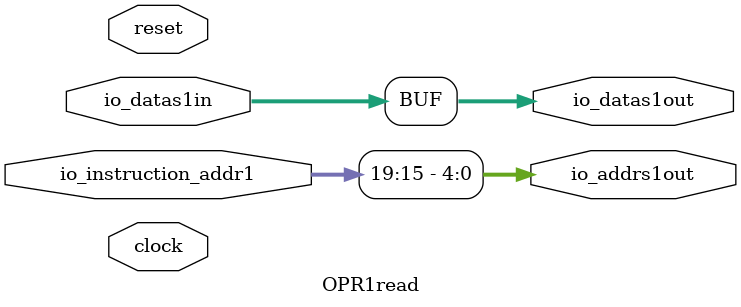
<source format=v>
module OPR1read(
  input         clock,
  input         reset,
  input  [31:0] io_instruction_addr1,
  input  [31:0] io_datas1in,
  output [4:0]  io_addrs1out,
  output [31:0] io_datas1out
);
  assign io_addrs1out = io_instruction_addr1[19:15]; // @[OPR1read.scala 18:38]
  assign io_datas1out = io_datas1in; // @[OPR1read.scala 17:25 20:15]
endmodule

</source>
